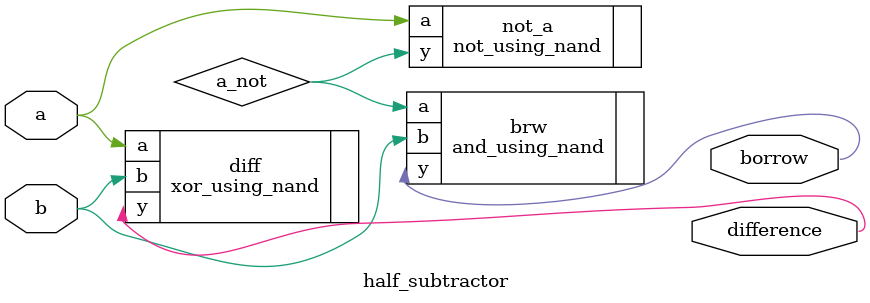
<source format=v>
`include "basic_gates.v"

module half_subtractor (
    input  a,
    input  b,
    output difference,
    output borrow
);
  wire a_not;
  xor_using_nand diff (
      .a(a),
      .b(b),
      .y(difference)
  );
  not_using_nand not_a (
      .a(a),
      .y(a_not)
  );
  and_using_nand brw (
      .a(a_not),
      .b(b),
      .y(borrow)
  );
endmodule

</source>
